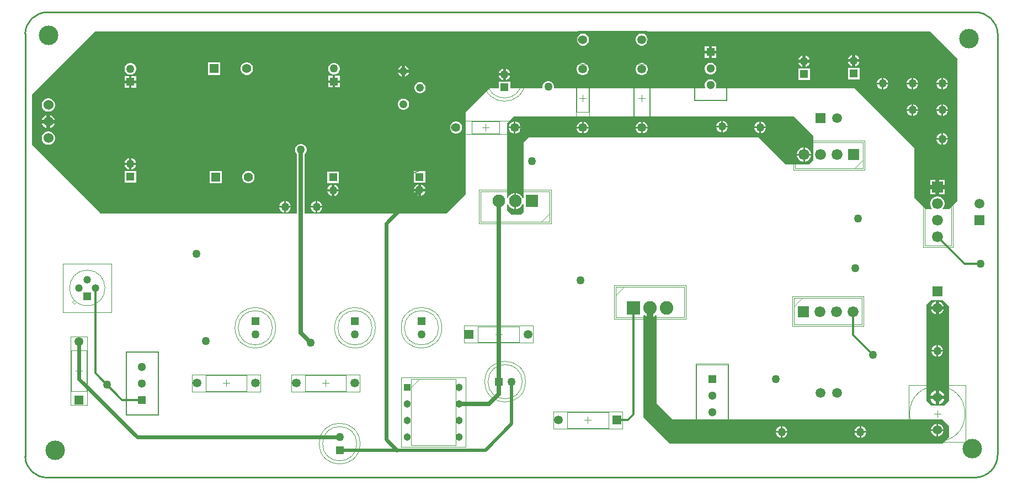
<source format=gtl>
G04*
G04 #@! TF.GenerationSoftware,Altium Limited,Altium Designer,21.2.2 (38)*
G04*
G04 Layer_Physical_Order=1*
G04 Layer_Color=255*
%FSLAX25Y25*%
%MOIN*%
G70*
G04*
G04 #@! TF.SameCoordinates,821FD0D4-0334-4DB9-88A1-7179C856D29A*
G04*
G04*
G04 #@! TF.FilePolarity,Positive*
G04*
G01*
G75*
%ADD10C,0.00787*%
%ADD12C,0.00394*%
%ADD13C,0.01000*%
%ADD16C,0.00600*%
%ADD17C,0.00197*%
%ADD46C,0.01200*%
%ADD47C,0.02500*%
%ADD48C,0.02000*%
%ADD49C,0.02200*%
%ADD50R,0.05020X0.05020*%
%ADD51C,0.05020*%
%ADD52C,0.07618*%
%ADD53R,0.07618X0.07618*%
%ADD54R,0.05118X0.05118*%
%ADD55C,0.05118*%
%ADD56C,0.05906*%
%ADD57R,0.05906X0.05906*%
%ADD58R,0.05512X0.05512*%
%ADD59C,0.05512*%
%ADD60C,0.06000*%
%ADD61C,0.04654*%
%ADD62R,0.04654X0.04654*%
%ADD63C,0.05315*%
%ADD64R,0.05315X0.05315*%
%ADD65R,0.05315X0.05315*%
%ADD66R,0.05020X0.05020*%
%ADD67C,0.04461*%
%ADD68R,0.04461X0.04461*%
%ADD69C,0.06614*%
%ADD70R,0.06614X0.06614*%
%ADD71R,0.06614X0.06614*%
%ADD72R,0.05906X0.05906*%
%ADD73C,0.08209*%
%ADD74R,0.08209X0.08209*%
%ADD75C,0.04842*%
%ADD76C,0.05000*%
%ADD77C,0.11811*%
G36*
X680000Y406000D02*
Y391000D01*
X677500Y388500D01*
X663500D01*
X647000Y405000D01*
X510500D01*
X508000Y405000D01*
X505000Y402000D01*
X505000Y368352D01*
X504500Y368286D01*
X504481Y368356D01*
X503848Y369453D01*
X502953Y370348D01*
X501856Y370981D01*
X500633Y371309D01*
X500500D01*
Y366500D01*
Y361691D01*
X500633D01*
X501856Y362019D01*
X502953Y362652D01*
X503848Y363547D01*
X504481Y364644D01*
X504500Y364714D01*
X505000Y364648D01*
Y360000D01*
X503305Y358305D01*
X497695D01*
X495000Y361000D01*
Y364648D01*
X495500Y364714D01*
X495519Y364644D01*
X496152Y363547D01*
X497047Y362652D01*
X498144Y362019D01*
X499367Y361691D01*
X499500D01*
Y366500D01*
Y371309D01*
X499367D01*
X498144Y370981D01*
X497047Y370348D01*
X496152Y369453D01*
X495519Y368356D01*
X495500Y368286D01*
X495000Y368352D01*
Y413500D01*
X499000Y417500D01*
X668500D01*
X680000Y406000D01*
D02*
G37*
G36*
X767000Y452500D02*
Y366500D01*
X762000Y361500D01*
X758298D01*
X758091Y362000D01*
X758447Y362355D01*
X759014Y363337D01*
X759307Y364433D01*
Y365567D01*
X759014Y366663D01*
X758447Y367645D01*
X757645Y368446D01*
X756663Y369014D01*
X755567Y369307D01*
X754433D01*
X753337Y369014D01*
X752355Y368446D01*
X751553Y367645D01*
X750986Y366663D01*
X750693Y365567D01*
Y364433D01*
X750986Y363337D01*
X751553Y362355D01*
X751909Y362000D01*
X751702Y361500D01*
X748000D01*
X741000Y368500D01*
Y398500D01*
X705000Y434500D01*
X621455D01*
X621205Y434933D01*
X621316Y435126D01*
X621559Y436031D01*
Y436969D01*
X621316Y437874D01*
X620848Y438685D01*
X620185Y439348D01*
X619374Y439817D01*
X618469Y440059D01*
X617531D01*
X616626Y439817D01*
X615815Y439348D01*
X615152Y438685D01*
X614683Y437874D01*
X614441Y436969D01*
Y436031D01*
X614683Y435126D01*
X614795Y434933D01*
X614545Y434500D01*
X523766Y434500D01*
X523462Y434897D01*
X523500Y435039D01*
Y435961D01*
X523261Y436851D01*
X522801Y437649D01*
X522149Y438301D01*
X521351Y438762D01*
X520461Y439000D01*
X519539D01*
X518649Y438762D01*
X517851Y438301D01*
X517199Y437649D01*
X516739Y436851D01*
X516500Y435961D01*
Y435039D01*
X516538Y434897D01*
X516234Y434500D01*
X497065D01*
Y438655D01*
X490045D01*
Y434500D01*
X484500D01*
X470000Y420000D01*
Y370500D01*
X458500Y359000D01*
X372794D01*
Y394844D01*
X373301Y395351D01*
X373762Y396149D01*
X374000Y397039D01*
Y397961D01*
X373762Y398851D01*
X373301Y399649D01*
X372649Y400301D01*
X371851Y400762D01*
X370961Y401000D01*
X370039D01*
X369149Y400762D01*
X368351Y400301D01*
X367699Y399649D01*
X367238Y398851D01*
X367000Y397961D01*
Y397039D01*
X367238Y396149D01*
X367699Y395351D01*
X368206Y394844D01*
Y359000D01*
X249500D01*
X208000Y400500D01*
Y431000D01*
X246000Y469000D01*
X750500D01*
X767000Y452500D01*
D02*
G37*
G36*
X583500Y296734D02*
X583663Y296778D01*
X584941Y297515D01*
X585038Y297612D01*
X585500Y297421D01*
X585500Y244000D01*
X595000Y234500D01*
X758000Y234500D01*
X762000Y230500D01*
X762000Y224000D01*
X758000Y220000D01*
X593500Y220000D01*
X577500Y236000D01*
X577500Y297421D01*
X577962Y297612D01*
X578059Y297515D01*
X579337Y296778D01*
X579500Y296734D01*
Y302000D01*
X583500D01*
Y296734D01*
D02*
G37*
G36*
X762000Y303000D02*
Y246000D01*
X759000Y243000D01*
X751500D01*
X748500Y246000D01*
Y304000D01*
X751000Y306500D01*
X758500D01*
X762000Y303000D01*
D02*
G37*
%LPC*%
G36*
X625500Y414990D02*
Y412000D01*
X628489D01*
X628262Y412851D01*
X627801Y413649D01*
X627149Y414301D01*
X626351Y414761D01*
X625500Y414990D01*
D02*
G37*
G36*
X624500D02*
X623649Y414761D01*
X622851Y414301D01*
X622199Y413649D01*
X621738Y412851D01*
X621511Y412000D01*
X624500D01*
Y414990D01*
D02*
G37*
G36*
X500217Y414652D02*
Y411500D01*
X503369D01*
X503125Y412412D01*
X502643Y413246D01*
X501962Y413927D01*
X501128Y414408D01*
X500217Y414652D01*
D02*
G37*
G36*
X648500Y414490D02*
Y411500D01*
X651489D01*
X651262Y412351D01*
X650801Y413149D01*
X650149Y413801D01*
X649351Y414261D01*
X648500Y414490D01*
D02*
G37*
G36*
X647500D02*
X646649Y414261D01*
X645851Y413801D01*
X645199Y413149D01*
X644738Y412351D01*
X644511Y411500D01*
X647500D01*
Y414490D01*
D02*
G37*
G36*
X499217Y414652D02*
X498305Y414408D01*
X497471Y413927D01*
X496790Y413246D01*
X496308Y412412D01*
X496064Y411500D01*
X499217D01*
Y414652D01*
D02*
G37*
G36*
X577000Y414436D02*
Y411283D01*
X580153D01*
X579908Y412195D01*
X579427Y413029D01*
X578746Y413710D01*
X577912Y414192D01*
X577000Y414436D01*
D02*
G37*
G36*
X541311D02*
Y411283D01*
X544463D01*
X544219Y412195D01*
X543738Y413029D01*
X543056Y413710D01*
X542222Y414192D01*
X541311Y414436D01*
D02*
G37*
G36*
X576000Y414436D02*
X575088Y414192D01*
X574254Y413710D01*
X573573Y413029D01*
X573092Y412195D01*
X572848Y411283D01*
X576000D01*
Y414436D01*
D02*
G37*
G36*
X540311D02*
X539399Y414192D01*
X538565Y413710D01*
X537884Y413029D01*
X537403Y412195D01*
X537158Y411283D01*
X540311D01*
Y414436D01*
D02*
G37*
G36*
X628489Y411000D02*
X625500D01*
Y408010D01*
X626351Y408239D01*
X627149Y408699D01*
X627801Y409351D01*
X628262Y410149D01*
X628489Y411000D01*
D02*
G37*
G36*
X624500D02*
X621511D01*
X621738Y410149D01*
X622199Y409351D01*
X622851Y408699D01*
X623649Y408239D01*
X624500Y408010D01*
Y411000D01*
D02*
G37*
G36*
X651489Y410500D02*
X648500D01*
Y407511D01*
X649351Y407738D01*
X650149Y408199D01*
X650801Y408851D01*
X651262Y409649D01*
X651489Y410500D01*
D02*
G37*
G36*
X647500D02*
X644511D01*
X644738Y409649D01*
X645199Y408851D01*
X645851Y408199D01*
X646649Y407738D01*
X647500Y407511D01*
Y410500D01*
D02*
G37*
G36*
X503369D02*
X500217D01*
Y407347D01*
X501128Y407592D01*
X501962Y408073D01*
X502643Y408754D01*
X503125Y409588D01*
X503369Y410500D01*
D02*
G37*
G36*
X499217D02*
X496064D01*
X496308Y409588D01*
X496790Y408754D01*
X497471Y408073D01*
X498305Y407592D01*
X499217Y407347D01*
Y410500D01*
D02*
G37*
G36*
X580153Y410283D02*
X577000D01*
Y407131D01*
X577912Y407375D01*
X578746Y407857D01*
X579427Y408538D01*
X579908Y409372D01*
X580153Y410283D01*
D02*
G37*
G36*
X544463D02*
X541311D01*
Y407131D01*
X542222Y407375D01*
X543056Y407857D01*
X543738Y408538D01*
X544219Y409372D01*
X544463Y410283D01*
D02*
G37*
G36*
X576000D02*
X572848D01*
X573092Y409372D01*
X573573Y408538D01*
X574254Y407857D01*
X575088Y407375D01*
X576000Y407131D01*
Y410283D01*
D02*
G37*
G36*
X540311D02*
X537158D01*
X537403Y409372D01*
X537884Y408538D01*
X538565Y407857D01*
X539399Y407375D01*
X540311Y407131D01*
Y410283D01*
D02*
G37*
G36*
X675067Y398807D02*
X675000D01*
Y395000D01*
X678807D01*
Y395067D01*
X678514Y396163D01*
X677947Y397145D01*
X677145Y397947D01*
X676162Y398514D01*
X675067Y398807D01*
D02*
G37*
G36*
X674000D02*
X673933D01*
X672837Y398514D01*
X671855Y397947D01*
X671054Y397145D01*
X670486Y396163D01*
X670193Y395067D01*
Y395000D01*
X674000D01*
Y398807D01*
D02*
G37*
G36*
X678807Y394000D02*
X675000D01*
Y390193D01*
X675067D01*
X676162Y390486D01*
X677145Y391054D01*
X677947Y391855D01*
X678514Y392838D01*
X678807Y393933D01*
Y394000D01*
D02*
G37*
G36*
X674000D02*
X670193D01*
Y393933D01*
X670486Y392838D01*
X671054Y391855D01*
X671855Y391054D01*
X672837Y390486D01*
X673933Y390193D01*
X674000D01*
Y394000D01*
D02*
G37*
G36*
X576860Y467715D02*
X575897D01*
X574967Y467466D01*
X574133Y466985D01*
X573452Y466304D01*
X572970Y465470D01*
X572721Y464539D01*
Y463576D01*
X572970Y462646D01*
X573452Y461812D01*
X574133Y461131D01*
X574967Y460650D01*
X575897Y460400D01*
X576860D01*
X577790Y460650D01*
X578624Y461131D01*
X579305Y461812D01*
X579787Y462646D01*
X580036Y463576D01*
Y464539D01*
X579787Y465470D01*
X579305Y466304D01*
X578624Y466985D01*
X577790Y467466D01*
X576860Y467715D01*
D02*
G37*
G36*
X541427D02*
X540464D01*
X539534Y467466D01*
X538700Y466985D01*
X538019Y466304D01*
X537537Y465470D01*
X537288Y464539D01*
Y463576D01*
X537537Y462646D01*
X538019Y461812D01*
X538700Y461131D01*
X539534Y460650D01*
X540464Y460400D01*
X541427D01*
X542357Y460650D01*
X543191Y461131D01*
X543872Y461812D01*
X544354Y462646D01*
X544603Y463576D01*
Y464539D01*
X544354Y465470D01*
X543872Y466304D01*
X543191Y466985D01*
X542357Y467466D01*
X541427Y467715D01*
D02*
G37*
G36*
X621559Y460059D02*
X618900D01*
Y457400D01*
X621559D01*
Y460059D01*
D02*
G37*
G36*
X617100D02*
X614441D01*
Y457400D01*
X617100D01*
Y460059D01*
D02*
G37*
G36*
X621559Y455600D02*
X618900D01*
Y452941D01*
X621559D01*
Y455600D01*
D02*
G37*
G36*
X617100D02*
X614441D01*
Y452941D01*
X617100D01*
Y455600D01*
D02*
G37*
G36*
X705400Y454767D02*
Y452274D01*
X707893D01*
X707771Y452729D01*
X707309Y453529D01*
X706655Y454183D01*
X705855Y454645D01*
X705400Y454767D01*
D02*
G37*
G36*
X703600Y454767D02*
X703145Y454645D01*
X702345Y454183D01*
X701691Y453529D01*
X701229Y452729D01*
X701108Y452274D01*
X703600D01*
Y454767D01*
D02*
G37*
G36*
X675400Y454392D02*
Y451900D01*
X677892D01*
X677771Y452355D01*
X677309Y453155D01*
X676655Y453809D01*
X675855Y454271D01*
X675400Y454392D01*
D02*
G37*
G36*
X673600D02*
X673145Y454271D01*
X672345Y453809D01*
X671691Y453155D01*
X671229Y452355D01*
X671107Y451900D01*
X673600D01*
Y454392D01*
D02*
G37*
G36*
X703600Y450474D02*
X701108D01*
X701229Y450019D01*
X701691Y449219D01*
X702345Y448565D01*
X703145Y448103D01*
X703600Y447982D01*
Y450474D01*
D02*
G37*
G36*
X707893D02*
X705400D01*
Y447982D01*
X705855Y448103D01*
X706655Y448565D01*
X707309Y449219D01*
X707771Y450019D01*
X707893Y450474D01*
D02*
G37*
G36*
X677892Y450100D02*
X675400D01*
Y447608D01*
X675855Y447729D01*
X676655Y448191D01*
X677309Y448845D01*
X677771Y449645D01*
X677892Y450100D01*
D02*
G37*
G36*
X673600D02*
X671107D01*
X671229Y449645D01*
X671691Y448845D01*
X672345Y448191D01*
X673145Y447729D01*
X673600Y447608D01*
Y450100D01*
D02*
G37*
G36*
X433400Y448301D02*
Y445900D01*
X435801D01*
X435688Y446321D01*
X435238Y447101D01*
X434601Y447738D01*
X433821Y448188D01*
X433400Y448301D01*
D02*
G37*
G36*
X431600D02*
X431179Y448188D01*
X430399Y447738D01*
X429762Y447101D01*
X429312Y446321D01*
X429199Y445900D01*
X431600D01*
Y448301D01*
D02*
G37*
G36*
X494455Y446412D02*
Y443919D01*
X496947D01*
X496826Y444374D01*
X496363Y445174D01*
X495710Y445828D01*
X494910Y446290D01*
X494455Y446412D01*
D02*
G37*
G36*
X492655Y446412D02*
X492200Y446290D01*
X491400Y445828D01*
X490746Y445174D01*
X490284Y444374D01*
X490162Y443919D01*
X492655D01*
Y446412D01*
D02*
G37*
G36*
X390962Y450010D02*
X390038D01*
X389145Y449771D01*
X388345Y449309D01*
X387691Y448655D01*
X387229Y447855D01*
X386990Y446962D01*
Y446038D01*
X387229Y445145D01*
X387691Y444345D01*
X388345Y443691D01*
X389145Y443229D01*
X390038Y442990D01*
X390962D01*
X391855Y443229D01*
X392655Y443691D01*
X393309Y444345D01*
X393771Y445145D01*
X394010Y446038D01*
Y446962D01*
X393771Y447855D01*
X393309Y448655D01*
X392655Y449309D01*
X391855Y449771D01*
X390962Y450010D01*
D02*
G37*
G36*
X618469Y450059D02*
X617531D01*
X616626Y449817D01*
X615815Y449348D01*
X615152Y448685D01*
X614683Y447874D01*
X614441Y446969D01*
Y446031D01*
X614683Y445126D01*
X615152Y444315D01*
X615815Y443652D01*
X616626Y443184D01*
X617531Y442941D01*
X618469D01*
X619374Y443184D01*
X620185Y443652D01*
X620848Y444315D01*
X621316Y445126D01*
X621559Y446031D01*
Y446969D01*
X621316Y447874D01*
X620848Y448685D01*
X620185Y449348D01*
X619374Y449817D01*
X618469Y450059D01*
D02*
G37*
G36*
X267962Y449884D02*
X267038D01*
X266145Y449645D01*
X265345Y449183D01*
X264691Y448529D01*
X264229Y447729D01*
X263990Y446836D01*
Y445912D01*
X264229Y445019D01*
X264691Y444219D01*
X265345Y443565D01*
X266145Y443103D01*
X267038Y442864D01*
X267962D01*
X268855Y443103D01*
X269655Y443565D01*
X270309Y444219D01*
X270771Y445019D01*
X271010Y445912D01*
Y446836D01*
X270771Y447729D01*
X270309Y448529D01*
X269655Y449183D01*
X268855Y449645D01*
X267962Y449884D01*
D02*
G37*
G36*
X338337Y450256D02*
X337348D01*
X336393Y450000D01*
X335536Y449506D01*
X334837Y448806D01*
X334343Y447950D01*
X334087Y446994D01*
Y446005D01*
X334343Y445050D01*
X334837Y444194D01*
X335536Y443495D01*
X336393Y443000D01*
X337348Y442744D01*
X338337D01*
X339292Y443000D01*
X340149Y443495D01*
X340848Y444194D01*
X341342Y445050D01*
X341598Y446005D01*
Y446994D01*
X341342Y447950D01*
X340848Y448806D01*
X340149Y449506D01*
X339292Y450000D01*
X338337Y450256D01*
D02*
G37*
G36*
X321913D02*
X314402D01*
Y442744D01*
X321913D01*
Y450256D01*
D02*
G37*
G36*
X576981Y449874D02*
X576018D01*
X575088Y449625D01*
X574254Y449143D01*
X573573Y448462D01*
X573092Y447628D01*
X572843Y446698D01*
Y445735D01*
X573092Y444805D01*
X573573Y443971D01*
X574254Y443290D01*
X575088Y442808D01*
X576018Y442559D01*
X576981D01*
X577912Y442808D01*
X578746Y443290D01*
X579427Y443971D01*
X579908Y444805D01*
X580158Y445735D01*
Y446698D01*
X579908Y447628D01*
X579427Y448462D01*
X578746Y449143D01*
X577912Y449625D01*
X576981Y449874D01*
D02*
G37*
G36*
X541292D02*
X540329D01*
X539399Y449625D01*
X538565Y449143D01*
X537884Y448462D01*
X537403Y447628D01*
X537153Y446698D01*
Y445735D01*
X537403Y444805D01*
X537884Y443971D01*
X538565Y443290D01*
X539399Y442808D01*
X540329Y442559D01*
X541292D01*
X542222Y442808D01*
X543056Y443290D01*
X543738Y443971D01*
X544219Y444805D01*
X544468Y445735D01*
Y446698D01*
X544219Y447628D01*
X543738Y448462D01*
X543056Y449143D01*
X542222Y449625D01*
X541292Y449874D01*
D02*
G37*
G36*
X435801Y444100D02*
X433400D01*
Y441699D01*
X433821Y441812D01*
X434601Y442262D01*
X435238Y442899D01*
X435688Y443679D01*
X435801Y444100D01*
D02*
G37*
G36*
X431600D02*
X429199D01*
X429312Y443679D01*
X429762Y442899D01*
X430399Y442262D01*
X431179Y441812D01*
X431600Y441699D01*
Y444100D01*
D02*
G37*
G36*
X708010Y447010D02*
X700990D01*
Y439990D01*
X708010D01*
Y447010D01*
D02*
G37*
G36*
X492655Y442119D02*
X490162D01*
X490284Y441664D01*
X490746Y440864D01*
X491400Y440211D01*
X492200Y439748D01*
X492655Y439627D01*
Y442119D01*
D02*
G37*
G36*
X496947D02*
X494455D01*
Y439627D01*
X494910Y439748D01*
X495710Y440211D01*
X496363Y440864D01*
X496826Y441664D01*
X496947Y442119D01*
D02*
G37*
G36*
X678010Y446636D02*
X670990D01*
Y439616D01*
X678010D01*
Y446636D01*
D02*
G37*
G36*
X394010Y442136D02*
X391250D01*
Y439376D01*
X394010D01*
Y442136D01*
D02*
G37*
G36*
X389750D02*
X386990D01*
Y439376D01*
X389750D01*
Y442136D01*
D02*
G37*
G36*
X271010Y442010D02*
X268250D01*
Y439250D01*
X271010D01*
Y442010D01*
D02*
G37*
G36*
X266750D02*
X263990D01*
Y439250D01*
X266750D01*
Y442010D01*
D02*
G37*
G36*
X758500Y440989D02*
Y438000D01*
X761489D01*
X761262Y438851D01*
X760801Y439649D01*
X760149Y440301D01*
X759351Y440762D01*
X758500Y440989D01*
D02*
G37*
G36*
X757500D02*
X756649Y440762D01*
X755851Y440301D01*
X755199Y439649D01*
X754739Y438851D01*
X754510Y438000D01*
X757500D01*
Y440989D01*
D02*
G37*
G36*
X740500D02*
Y438000D01*
X743490D01*
X743261Y438851D01*
X742801Y439649D01*
X742149Y440301D01*
X741351Y440762D01*
X740500Y440989D01*
D02*
G37*
G36*
X739500D02*
X738649Y440762D01*
X737851Y440301D01*
X737199Y439649D01*
X736738Y438851D01*
X736511Y438000D01*
X739500D01*
Y440989D01*
D02*
G37*
G36*
X722500D02*
Y438000D01*
X725490D01*
X725261Y438851D01*
X724801Y439649D01*
X724149Y440301D01*
X723351Y440762D01*
X722500Y440989D01*
D02*
G37*
G36*
X721500D02*
X720649Y440762D01*
X719851Y440301D01*
X719199Y439649D01*
X718739Y438851D01*
X718510Y438000D01*
X721500D01*
Y440989D01*
D02*
G37*
G36*
X394010Y437876D02*
X391250D01*
Y435116D01*
X394010D01*
Y437876D01*
D02*
G37*
G36*
X389750D02*
X386990D01*
Y435116D01*
X389750D01*
Y437876D01*
D02*
G37*
G36*
X271010Y437750D02*
X268250D01*
Y434990D01*
X271010D01*
Y437750D01*
D02*
G37*
G36*
X266750D02*
X263990D01*
Y434990D01*
X266750D01*
Y437750D01*
D02*
G37*
G36*
X761489Y437000D02*
X758500D01*
Y434011D01*
X759351Y434238D01*
X760149Y434699D01*
X760801Y435351D01*
X761262Y436149D01*
X761489Y437000D01*
D02*
G37*
G36*
X757500D02*
X754510D01*
X754739Y436149D01*
X755199Y435351D01*
X755851Y434699D01*
X756649Y434238D01*
X757500Y434011D01*
Y437000D01*
D02*
G37*
G36*
X743490D02*
X740500D01*
Y434011D01*
X741351Y434238D01*
X742149Y434699D01*
X742801Y435351D01*
X743261Y436149D01*
X743490Y437000D01*
D02*
G37*
G36*
X739500D02*
X736511D01*
X736738Y436149D01*
X737199Y435351D01*
X737851Y434699D01*
X738649Y434238D01*
X739500Y434011D01*
Y437000D01*
D02*
G37*
G36*
X725490D02*
X722500D01*
Y434011D01*
X723351Y434238D01*
X724149Y434699D01*
X724801Y435351D01*
X725261Y436149D01*
X725490Y437000D01*
D02*
G37*
G36*
X721500D02*
X718510D01*
X718739Y436149D01*
X719199Y435351D01*
X719851Y434699D01*
X720649Y434238D01*
X721500Y434011D01*
Y437000D01*
D02*
G37*
G36*
X442931Y438433D02*
X442030D01*
X441160Y438200D01*
X440380Y437749D01*
X439743Y437113D01*
X439292Y436332D01*
X439059Y435462D01*
Y434561D01*
X439292Y433691D01*
X439743Y432911D01*
X440380Y432274D01*
X441160Y431824D01*
X442030Y431591D01*
X442931D01*
X443801Y431824D01*
X444581Y432274D01*
X445218Y432911D01*
X445668Y433691D01*
X445902Y434561D01*
Y435462D01*
X445668Y436332D01*
X445218Y437113D01*
X444581Y437749D01*
X443801Y438200D01*
X442931Y438433D01*
D02*
G37*
G36*
X758500Y424990D02*
Y422000D01*
X761489D01*
X761262Y422851D01*
X760801Y423649D01*
X760149Y424301D01*
X759351Y424761D01*
X758500Y424990D01*
D02*
G37*
G36*
X757500D02*
X756649Y424761D01*
X755851Y424301D01*
X755199Y423649D01*
X754739Y422851D01*
X754510Y422000D01*
X757500D01*
Y424990D01*
D02*
G37*
G36*
X740500D02*
Y422000D01*
X743490D01*
X743261Y422851D01*
X742801Y423649D01*
X742149Y424301D01*
X741351Y424761D01*
X740500Y424990D01*
D02*
G37*
G36*
X739500D02*
X738649Y424761D01*
X737851Y424301D01*
X737199Y423649D01*
X736738Y422851D01*
X736511Y422000D01*
X739500D01*
Y424990D01*
D02*
G37*
G36*
X432950Y428441D02*
X432050D01*
X431179Y428208D01*
X430399Y427757D01*
X429762Y427120D01*
X429312Y426340D01*
X429079Y425470D01*
Y424569D01*
X429312Y423699D01*
X429762Y422919D01*
X430399Y422282D01*
X431179Y421832D01*
X432050Y421598D01*
X432950D01*
X433821Y421832D01*
X434601Y422282D01*
X435238Y422919D01*
X435688Y423699D01*
X435921Y424569D01*
Y425470D01*
X435688Y426340D01*
X435238Y427120D01*
X434601Y427757D01*
X433821Y428208D01*
X432950Y428441D01*
D02*
G37*
G36*
X218527Y428500D02*
X217473D01*
X216456Y428227D01*
X215544Y427701D01*
X214799Y426956D01*
X214273Y426044D01*
X214000Y425027D01*
Y423973D01*
X214273Y422956D01*
X214799Y422044D01*
X215544Y421299D01*
X216456Y420773D01*
X217473Y420500D01*
X218527D01*
X219544Y420773D01*
X220456Y421299D01*
X221201Y422044D01*
X221727Y422956D01*
X222000Y423973D01*
Y425027D01*
X221727Y426044D01*
X221201Y426956D01*
X220456Y427701D01*
X219544Y428227D01*
X218527Y428500D01*
D02*
G37*
G36*
X761489Y421000D02*
X758500D01*
Y418011D01*
X759351Y418238D01*
X760149Y418699D01*
X760801Y419351D01*
X761262Y420149D01*
X761489Y421000D01*
D02*
G37*
G36*
X757500D02*
X754510D01*
X754739Y420149D01*
X755199Y419351D01*
X755851Y418699D01*
X756649Y418238D01*
X757500Y418011D01*
Y421000D01*
D02*
G37*
G36*
X743490D02*
X740500D01*
Y418011D01*
X741351Y418238D01*
X742149Y418699D01*
X742801Y419351D01*
X743261Y420149D01*
X743490Y421000D01*
D02*
G37*
G36*
X739500D02*
X736511D01*
X736738Y420149D01*
X737199Y419351D01*
X737851Y418699D01*
X738649Y418238D01*
X739500Y418011D01*
Y421000D01*
D02*
G37*
G36*
X219250Y418306D02*
Y415750D01*
X221806D01*
X221727Y416044D01*
X221201Y416956D01*
X220456Y417701D01*
X219544Y418227D01*
X219250Y418306D01*
D02*
G37*
G36*
X216750D02*
X216456Y418227D01*
X215544Y417701D01*
X214799Y416956D01*
X214273Y416044D01*
X214194Y415750D01*
X216750D01*
Y418306D01*
D02*
G37*
G36*
X221806Y413250D02*
X219250D01*
Y410694D01*
X219544Y410773D01*
X220456Y411299D01*
X221201Y412044D01*
X221727Y412956D01*
X221806Y413250D01*
D02*
G37*
G36*
X216750D02*
X214194D01*
X214273Y412956D01*
X214799Y412044D01*
X215544Y411299D01*
X216456Y410773D01*
X216750Y410694D01*
Y413250D01*
D02*
G37*
G36*
X464765Y414657D02*
X463802D01*
X462872Y414408D01*
X462038Y413927D01*
X461357Y413246D01*
X460875Y412412D01*
X460626Y411482D01*
Y410519D01*
X460875Y409588D01*
X461357Y408754D01*
X462038Y408073D01*
X462872Y407592D01*
X463802Y407342D01*
X464765D01*
X465695Y407592D01*
X466529Y408073D01*
X467210Y408754D01*
X467692Y409588D01*
X467941Y410519D01*
Y411482D01*
X467692Y412412D01*
X467210Y413246D01*
X466529Y413927D01*
X465695Y414408D01*
X464765Y414657D01*
D02*
G37*
G36*
X758500Y407489D02*
Y404500D01*
X761489D01*
X761262Y405351D01*
X760801Y406149D01*
X760149Y406801D01*
X759351Y407262D01*
X758500Y407489D01*
D02*
G37*
G36*
X757500D02*
X756649Y407262D01*
X755851Y406801D01*
X755199Y406149D01*
X754739Y405351D01*
X754510Y404500D01*
X757500D01*
Y407489D01*
D02*
G37*
G36*
X761489Y403500D02*
X758500D01*
Y400511D01*
X759351Y400738D01*
X760149Y401199D01*
X760801Y401851D01*
X761262Y402649D01*
X761489Y403500D01*
D02*
G37*
G36*
X757500D02*
X754510D01*
X754739Y402649D01*
X755199Y401851D01*
X755851Y401199D01*
X756649Y400738D01*
X757500Y400511D01*
Y403500D01*
D02*
G37*
G36*
X218527Y408500D02*
X217473D01*
X216456Y408227D01*
X215544Y407701D01*
X214799Y406956D01*
X214273Y406044D01*
X214000Y405027D01*
Y403973D01*
X214273Y402956D01*
X214799Y402044D01*
X215544Y401299D01*
X216456Y400773D01*
X217473Y400500D01*
X218527D01*
X219544Y400773D01*
X220456Y401299D01*
X221201Y402044D01*
X221727Y402956D01*
X222000Y403973D01*
Y405027D01*
X221727Y406044D01*
X221201Y406956D01*
X220456Y407701D01*
X219544Y408227D01*
X218527Y408500D01*
D02*
G37*
G36*
X268250Y392433D02*
Y389750D01*
X270933D01*
X270771Y390355D01*
X270309Y391155D01*
X269655Y391809D01*
X268855Y392271D01*
X268250Y392433D01*
D02*
G37*
G36*
X266750D02*
X266145Y392271D01*
X265345Y391809D01*
X264691Y391155D01*
X264229Y390355D01*
X264067Y389750D01*
X266750D01*
Y392433D01*
D02*
G37*
G36*
X270933Y388250D02*
X268250D01*
Y385567D01*
X268855Y385729D01*
X269655Y386191D01*
X270309Y386845D01*
X270771Y387645D01*
X270933Y388250D01*
D02*
G37*
G36*
X266750D02*
X264067D01*
X264229Y387645D01*
X264691Y386845D01*
X265345Y386191D01*
X266145Y385729D01*
X266750Y385567D01*
Y388250D01*
D02*
G37*
G36*
X271010Y384636D02*
X263990D01*
Y377616D01*
X271010D01*
Y384636D01*
D02*
G37*
G36*
X445740Y384503D02*
X438720D01*
Y377483D01*
X445740D01*
Y384503D01*
D02*
G37*
G36*
X393510Y384384D02*
X386490D01*
Y377364D01*
X393510D01*
Y384384D01*
D02*
G37*
G36*
X339337Y384756D02*
X338348D01*
X337393Y384500D01*
X336536Y384005D01*
X335837Y383306D01*
X335343Y382450D01*
X335087Y381494D01*
Y380505D01*
X335343Y379550D01*
X335837Y378694D01*
X336536Y377994D01*
X337393Y377500D01*
X338348Y377244D01*
X339337D01*
X340292Y377500D01*
X341149Y377994D01*
X341848Y378694D01*
X342342Y379550D01*
X342598Y380505D01*
Y381494D01*
X342342Y382450D01*
X341848Y383306D01*
X341149Y384005D01*
X340292Y384500D01*
X339337Y384756D01*
D02*
G37*
G36*
X322913D02*
X315402D01*
Y377244D01*
X322913D01*
Y384756D01*
D02*
G37*
G36*
X759307Y379307D02*
X756250D01*
Y376250D01*
X759307D01*
Y379307D01*
D02*
G37*
G36*
X753750D02*
X750693D01*
Y376250D01*
X753750D01*
Y379307D01*
D02*
G37*
G36*
X442980Y376551D02*
Y373869D01*
X445663D01*
X445501Y374474D01*
X445039Y375274D01*
X444385Y375927D01*
X443585Y376389D01*
X442980Y376551D01*
D02*
G37*
G36*
X441480D02*
X440875Y376389D01*
X440075Y375927D01*
X439422Y375274D01*
X438959Y374474D01*
X438797Y373869D01*
X441480D01*
Y376551D01*
D02*
G37*
G36*
X390750Y376433D02*
Y373750D01*
X393433D01*
X393271Y374355D01*
X392809Y375155D01*
X392155Y375809D01*
X391355Y376271D01*
X390750Y376433D01*
D02*
G37*
G36*
X389250D02*
X388645Y376271D01*
X387845Y375809D01*
X387191Y375155D01*
X386729Y374355D01*
X386567Y373750D01*
X389250D01*
Y376433D01*
D02*
G37*
G36*
X759307Y373750D02*
X756250D01*
Y370693D01*
X759307D01*
Y373750D01*
D02*
G37*
G36*
X753750D02*
X750693D01*
Y370693D01*
X753750D01*
Y373750D01*
D02*
G37*
G36*
X445663Y372369D02*
X442980D01*
Y369686D01*
X443585Y369848D01*
X444385Y370310D01*
X445039Y370964D01*
X445501Y371764D01*
X445663Y372369D01*
D02*
G37*
G36*
X441480D02*
X438797D01*
X438959Y371764D01*
X439422Y370964D01*
X440075Y370310D01*
X440875Y369848D01*
X441480Y369686D01*
Y372369D01*
D02*
G37*
G36*
X393433Y372250D02*
X390750D01*
Y369567D01*
X391355Y369729D01*
X392155Y370191D01*
X392809Y370845D01*
X393271Y371645D01*
X393433Y372250D01*
D02*
G37*
G36*
X389250D02*
X386567D01*
X386729Y371645D01*
X387191Y370845D01*
X387845Y370191D01*
X388645Y369729D01*
X389250Y369567D01*
Y372250D01*
D02*
G37*
G36*
X380500Y366490D02*
Y363500D01*
X383489D01*
X383261Y364351D01*
X382801Y365149D01*
X382149Y365801D01*
X381351Y366262D01*
X380500Y366490D01*
D02*
G37*
G36*
X379500D02*
X378649Y366262D01*
X377851Y365801D01*
X377199Y365149D01*
X376739Y364351D01*
X376511Y363500D01*
X379500D01*
Y366490D01*
D02*
G37*
G36*
X361500D02*
Y363500D01*
X364490D01*
X364262Y364351D01*
X363801Y365149D01*
X363149Y365801D01*
X362351Y366262D01*
X361500Y366490D01*
D02*
G37*
G36*
X360500D02*
X359649Y366262D01*
X358851Y365801D01*
X358199Y365149D01*
X357738Y364351D01*
X357510Y363500D01*
X360500D01*
Y366490D01*
D02*
G37*
G36*
X383489Y362500D02*
X380500D01*
Y359510D01*
X381351Y359738D01*
X382149Y360199D01*
X382801Y360851D01*
X383261Y361649D01*
X383489Y362500D01*
D02*
G37*
G36*
X379500D02*
X376511D01*
X376739Y361649D01*
X377199Y360851D01*
X377851Y360199D01*
X378649Y359738D01*
X379500Y359510D01*
Y362500D01*
D02*
G37*
G36*
X364490D02*
X361500D01*
Y359510D01*
X362351Y359738D01*
X363149Y360199D01*
X363801Y360851D01*
X364262Y361649D01*
X364490Y362500D01*
D02*
G37*
G36*
X360500D02*
X357510D01*
X357738Y361649D01*
X358199Y360851D01*
X358851Y360199D01*
X359649Y359738D01*
X360500Y359510D01*
Y362500D01*
D02*
G37*
%LPD*%
G36*
X219000Y423500D02*
X217000D01*
Y425500D01*
X219000D01*
Y423500D01*
D02*
G37*
G36*
Y403500D02*
X217000D01*
Y405500D01*
X219000D01*
Y403500D01*
D02*
G37*
%LPC*%
G36*
X755500Y231912D02*
Y228658D01*
X758754D01*
X758500Y229607D01*
X758006Y230464D01*
X757306Y231163D01*
X756450Y231657D01*
X755500Y231912D01*
D02*
G37*
G36*
X754500D02*
X753550Y231657D01*
X752694Y231163D01*
X751995Y230464D01*
X751500Y229607D01*
X751246Y228658D01*
X754500D01*
Y231912D01*
D02*
G37*
G36*
X709000Y230489D02*
Y227500D01*
X711989D01*
X711762Y228351D01*
X711301Y229149D01*
X710649Y229801D01*
X709851Y230261D01*
X709000Y230489D01*
D02*
G37*
G36*
X708000D02*
X707149Y230261D01*
X706351Y229801D01*
X705699Y229149D01*
X705238Y228351D01*
X705011Y227500D01*
X708000D01*
Y230489D01*
D02*
G37*
G36*
X661500D02*
Y227500D01*
X664490D01*
X664261Y228351D01*
X663801Y229149D01*
X663149Y229801D01*
X662351Y230261D01*
X661500Y230489D01*
D02*
G37*
G36*
X660500D02*
X659649Y230261D01*
X658851Y229801D01*
X658199Y229149D01*
X657738Y228351D01*
X657511Y227500D01*
X660500D01*
Y230489D01*
D02*
G37*
G36*
X758754Y227658D02*
X755500D01*
Y224403D01*
X756450Y224658D01*
X757306Y225152D01*
X758006Y225851D01*
X758500Y226708D01*
X758754Y227658D01*
D02*
G37*
G36*
X754500D02*
X751246D01*
X751500Y226708D01*
X751995Y225851D01*
X752694Y225152D01*
X753550Y224658D01*
X754500Y224403D01*
Y227658D01*
D02*
G37*
G36*
X711989Y226500D02*
X709000D01*
Y223511D01*
X709851Y223739D01*
X710649Y224199D01*
X711301Y224851D01*
X711762Y225649D01*
X711989Y226500D01*
D02*
G37*
G36*
X708000D02*
X705011D01*
X705238Y225649D01*
X705699Y224851D01*
X706351Y224199D01*
X707149Y223739D01*
X708000Y223511D01*
Y226500D01*
D02*
G37*
G36*
X664490D02*
X661500D01*
Y223511D01*
X662351Y223739D01*
X663149Y224199D01*
X663801Y224851D01*
X664261Y225649D01*
X664490Y226500D01*
D02*
G37*
G36*
X660500D02*
X657511D01*
X657738Y225649D01*
X658199Y224851D01*
X658851Y224199D01*
X659649Y223739D01*
X660500Y223511D01*
Y226500D01*
D02*
G37*
G36*
X756000Y305824D02*
Y303000D01*
X758824D01*
X758683Y303526D01*
X758163Y304427D01*
X757427Y305163D01*
X756526Y305683D01*
X756000Y305824D01*
D02*
G37*
G36*
X754000D02*
X753474Y305683D01*
X752573Y305163D01*
X751837Y304427D01*
X751317Y303526D01*
X751176Y303000D01*
X754000D01*
Y305824D01*
D02*
G37*
G36*
X758824Y301000D02*
X756000D01*
Y298176D01*
X756526Y298317D01*
X757427Y298837D01*
X758163Y299573D01*
X758683Y300474D01*
X758824Y301000D01*
D02*
G37*
G36*
X754000D02*
X751176D01*
X751317Y300474D01*
X751837Y299573D01*
X752573Y298837D01*
X753474Y298317D01*
X754000Y298176D01*
Y301000D01*
D02*
G37*
G36*
X755500Y279489D02*
Y276500D01*
X758490D01*
X758261Y277351D01*
X757801Y278149D01*
X757149Y278801D01*
X756351Y279261D01*
X755500Y279489D01*
D02*
G37*
G36*
X754500D02*
X753649Y279261D01*
X752851Y278801D01*
X752199Y278149D01*
X751739Y277351D01*
X751510Y276500D01*
X754500D01*
Y279489D01*
D02*
G37*
G36*
X758490Y275500D02*
X755500D01*
Y272511D01*
X756351Y272739D01*
X757149Y273199D01*
X757801Y273851D01*
X758261Y274649D01*
X758490Y275500D01*
D02*
G37*
G36*
X754500D02*
X751510D01*
X751739Y274649D01*
X752199Y273851D01*
X752851Y273199D01*
X753649Y272739D01*
X754500Y272511D01*
Y275500D01*
D02*
G37*
G36*
X756000Y251981D02*
Y248843D01*
X759138D01*
X758966Y249485D01*
X758406Y250456D01*
X757613Y251248D01*
X756643Y251808D01*
X756000Y251981D01*
D02*
G37*
G36*
X754000D02*
X753357Y251808D01*
X752387Y251248D01*
X751594Y250456D01*
X751034Y249485D01*
X750862Y248843D01*
X754000D01*
Y251981D01*
D02*
G37*
G36*
X759138Y246843D02*
X756000D01*
Y243704D01*
X756643Y243877D01*
X757613Y244437D01*
X758406Y245229D01*
X758966Y246200D01*
X759138Y246843D01*
D02*
G37*
G36*
X754000D02*
X750862D01*
X751034Y246200D01*
X751594Y245229D01*
X752387Y244437D01*
X753357Y243877D01*
X754000Y243704D01*
Y246843D01*
D02*
G37*
%LPD*%
D10*
X432500Y382453D02*
G03*
X432500Y417492I0J17520D01*
G01*
D02*
G03*
X432500Y382453I0J-17520D01*
G01*
D12*
X684835Y447063D02*
G03*
X684835Y447063I-10335J0D01*
G01*
X714835Y447437D02*
G03*
X714835Y447437I-10335J0D01*
G01*
X344732Y446500D02*
G03*
X344732Y446500I-16732J0D01*
G01*
X400335Y376937D02*
G03*
X400335Y376937I-10335J0D01*
G01*
X400835Y442563D02*
G03*
X400835Y442563I-10335J0D01*
G01*
X345732Y381000D02*
G03*
X345732Y381000I-16732J0D01*
G01*
X277835Y442437D02*
G03*
X277835Y442437I-10335J0D01*
G01*
Y385063D02*
G03*
X277835Y385063I-10335J0D01*
G01*
X241500Y324701D02*
G03*
X241500Y303299I0J-10701D01*
G01*
D02*
G03*
X241500Y324701I0J10701D01*
G01*
X353335Y289937D02*
G03*
X353335Y289937I-10335J0D01*
G01*
X453743D02*
G03*
X453743Y289937I-10335J0D01*
G01*
X452565Y377056D02*
G03*
X452565Y377056I-10335J0D01*
G01*
X504272Y257382D02*
G03*
X504272Y257382I-10335J0D01*
G01*
X771732Y238000D02*
G03*
X771732Y238000I-16732J0D01*
G01*
X413566Y289937D02*
G03*
X413566Y289937I-10335J0D01*
G01*
X404299Y219939D02*
G03*
X404299Y219939I-10335J0D01*
G01*
X503890Y439082D02*
G03*
X503890Y439082I-10335J0D01*
G01*
X515748Y353902D02*
X520748Y358902D01*
Y353902D02*
Y372406D01*
X479252D02*
X520748D01*
X479252Y353902D02*
Y372406D01*
Y353902D02*
X520748D01*
X628528Y230240D02*
Y267760D01*
X609512Y230240D02*
Y267760D01*
X628528D01*
X609512Y230240D02*
X628528D01*
X232445Y305732D02*
X233311Y306716D01*
X232445Y305732D02*
X233823Y304354D01*
X235201Y305732D01*
X265024Y275171D02*
X284040D01*
X265024Y237652D02*
X284040D01*
Y275171D01*
X265024Y237652D02*
Y275171D01*
X231776Y276402D02*
X241224D01*
Y251598D02*
Y276402D01*
X231776Y251598D02*
Y276402D01*
Y251598D02*
X241224D01*
X373098Y251776D02*
Y261224D01*
X397902D01*
X373098Y251776D02*
X397902D01*
Y261224D01*
X502402Y281276D02*
Y290724D01*
X477598Y281276D02*
X502402D01*
X477598Y290724D02*
X502402D01*
X477598Y281276D02*
Y290724D01*
X473634Y414642D02*
X490366D01*
X473634Y407358D02*
Y414642D01*
X490366Y407358D02*
Y414642D01*
X473634Y407358D02*
X490366D01*
X437069Y254075D02*
X442069Y259075D01*
X437069Y219075D02*
Y259075D01*
Y219075D02*
X464069D01*
Y259075D01*
X437069D02*
X464069D01*
X531488Y229435D02*
Y238884D01*
X556291D01*
X531488Y229435D02*
X556291D01*
Y238884D01*
X668508Y302807D02*
X673508Y307807D01*
X668508Y292020D02*
Y307807D01*
Y292020D02*
X709492D01*
Y307807D01*
X668508D02*
X709492D01*
X763307Y339508D02*
Y380492D01*
X747520Y339508D02*
X763307D01*
X747520D02*
Y380492D01*
X763307D01*
X758307D02*
X763307Y375492D01*
X560791Y309697D02*
X565791Y314697D01*
X560791Y296390D02*
Y314697D01*
Y296390D02*
X602209D01*
Y314697D01*
X560791D02*
X602209D01*
X313098Y251776D02*
Y261224D01*
X337902D01*
X313098Y251776D02*
X337902D01*
Y261224D01*
X571776Y416098D02*
X581224D01*
X571776D02*
Y440902D01*
X581224Y416098D02*
Y440902D01*
X571776D02*
X581224D01*
X571064Y459333D02*
Y468782D01*
X546260Y459333D02*
X571064D01*
X546260Y468782D02*
X571064D01*
X546260Y459333D02*
Y468782D01*
X537169Y420134D02*
Y436866D01*
Y420134D02*
X544452D01*
X537169Y436866D02*
X544452D01*
Y420134D02*
Y436866D01*
X608512Y427740D02*
X627528D01*
X608512Y465260D02*
X627528D01*
X608512Y427740D02*
Y465260D01*
X627528Y427740D02*
Y465260D01*
X704992Y386193D02*
X709992Y391193D01*
Y386193D02*
Y401980D01*
X669008D02*
X709992D01*
X669008Y386193D02*
Y401980D01*
Y386193D02*
X709992D01*
X619000Y247031D02*
Y250969D01*
X617031Y249000D02*
X620968D01*
X326031Y446500D02*
X329969D01*
X328000Y444531D02*
Y448468D01*
X329000Y379031D02*
Y382968D01*
X327031Y381000D02*
X330968D01*
X226862Y299362D02*
X256138D01*
X226862D02*
Y328638D01*
X256138D01*
Y299362D02*
Y328638D01*
X272583Y256412D02*
X276520D01*
X274551Y254443D02*
Y258380D01*
X236500Y262032D02*
Y265968D01*
X234531Y264000D02*
X238469D01*
X383531Y256500D02*
X387469D01*
X385500Y254532D02*
Y258469D01*
X488031Y286000D02*
X491968D01*
X490000Y284032D02*
Y287968D01*
X482000Y409031D02*
Y412968D01*
X480031Y411000D02*
X483968D01*
X541921Y234159D02*
X545857D01*
X543889Y232191D02*
Y236128D01*
X753031Y238000D02*
X756968D01*
X755000Y236032D02*
Y239968D01*
X323532Y256500D02*
X327468D01*
X325500Y254532D02*
Y258469D01*
X576500Y426532D02*
Y430469D01*
X574532Y428500D02*
X578469D01*
X556694Y464058D02*
X560631D01*
X558662Y462089D02*
Y466026D01*
X538842Y428500D02*
X542779D01*
X540811Y426532D02*
Y430469D01*
X616032Y446500D02*
X619969D01*
X618000Y444531D02*
Y448468D01*
X453957Y413555D02*
Y456468D01*
X411043D02*
X453957D01*
X411043Y413555D02*
Y456468D01*
Y413555D02*
X453957D01*
D13*
X791500Y467500D02*
G03*
X778000Y480500I-13250J-250D01*
G01*
Y199500D02*
G03*
X791500Y213500I-250J13750D01*
G01*
X204000Y212000D02*
G03*
X217500Y199500I13000J500D01*
G01*
Y480500D02*
G03*
X204000Y467500I-250J-13250D01*
G01*
X217500Y480500D02*
X778000D01*
X791500Y213500D02*
Y467500D01*
X217500Y199500D02*
X778000D01*
X204000Y212000D02*
Y467500D01*
D16*
X223000Y422000D02*
Y427000D01*
X220500Y419500D02*
X223000Y422000D01*
X215500Y419500D02*
X220500D01*
X213000Y422000D02*
X215500Y419500D01*
X220500D02*
X223000Y417000D01*
Y412000D02*
Y417000D01*
X220500Y409500D02*
X223000Y412000D01*
X215500Y409500D02*
X220500D01*
X213000Y412000D02*
X215500Y409500D01*
X213000Y412000D02*
Y417000D01*
X215500Y419500D01*
Y429500D02*
X220500D01*
X223000Y427000D01*
X213000D02*
X215500Y429500D01*
X213000Y422000D02*
Y427000D01*
X220500Y409500D02*
X223000Y407000D01*
Y402000D02*
Y407000D01*
X220500Y399500D02*
X223000Y402000D01*
X215500Y399500D02*
X220500D01*
X213000Y402000D02*
X215500Y399500D01*
X213000Y402000D02*
Y407000D01*
X215500Y409500D01*
D17*
X686803Y447063D02*
G03*
X686803Y447063I-12303J0D01*
G01*
X716803Y447437D02*
G03*
X716803Y447437I-12303J0D01*
G01*
X402303Y376937D02*
G03*
X402303Y376937I-12303J0D01*
G01*
X402803Y442563D02*
G03*
X402803Y442563I-12303J0D01*
G01*
X279803Y442437D02*
G03*
X279803Y442437I-12303J0D01*
G01*
Y385063D02*
G03*
X279803Y385063I-12303J0D01*
G01*
X355303Y289937D02*
G03*
X355303Y289937I-12303J0D01*
G01*
X455711D02*
G03*
X455711Y289937I-12303J0D01*
G01*
X454533Y377056D02*
G03*
X454533Y377056I-12303J0D01*
G01*
X506240Y257382D02*
G03*
X506240Y257382I-12303J0D01*
G01*
X415535Y289937D02*
G03*
X415535Y289937I-12303J0D01*
G01*
X406268Y219939D02*
G03*
X406268Y219939I-12303J0D01*
G01*
X505858Y439082D02*
G03*
X505858Y439082I-12303J0D01*
G01*
X521732Y352917D02*
Y373390D01*
X478268D02*
X521732D01*
X478268Y352917D02*
Y373390D01*
Y352917D02*
X521732D01*
X628921Y229847D02*
Y268154D01*
X609118Y229847D02*
X628921D01*
X609118D02*
Y268154D01*
X628921D01*
X310874Y463626D02*
X345126D01*
X310874Y429374D02*
Y463626D01*
Y429374D02*
X345126D01*
Y463626D01*
X346126Y363874D02*
Y398126D01*
X311874Y363874D02*
X346126D01*
X311874D02*
Y398126D01*
X346126D01*
X264630Y237258D02*
X284433D01*
Y275565D01*
X264630D02*
X284433D01*
X264630Y237258D02*
Y275565D01*
X231382Y243232D02*
X241618D01*
Y284768D01*
X231382Y243232D02*
Y284768D01*
X241618D01*
X406268Y251382D02*
Y261618D01*
X364732D02*
X406268D01*
X364732Y251382D02*
X406268D01*
X364732D02*
Y261618D01*
X469232Y280882D02*
Y291118D01*
Y280882D02*
X510768D01*
X469232Y291118D02*
X510768D01*
Y280882D02*
Y291118D01*
X461232Y406965D02*
X502768D01*
X461232D02*
Y415035D01*
X502768Y406965D02*
Y415035D01*
X461232D02*
X502768D01*
X431105Y218091D02*
Y260059D01*
Y218091D02*
X470034D01*
Y260059D01*
X431105D02*
X470034D01*
X564657Y229041D02*
Y239277D01*
X523121D02*
X564657D01*
X523121Y229041D02*
X564657D01*
X523121D02*
Y239277D01*
X667524Y291035D02*
Y308791D01*
Y291035D02*
X710476D01*
Y308791D01*
X667524D02*
X710476D01*
X764291Y338524D02*
Y381476D01*
X746535Y338524D02*
X764291D01*
X746535D02*
Y381476D01*
X764291D01*
X737874Y255126D02*
X772126D01*
Y220874D02*
Y255126D01*
X737874Y220874D02*
X772126D01*
X737874D02*
Y255126D01*
X559807Y295406D02*
Y315681D01*
Y295406D02*
X603193D01*
Y315681D01*
X559807D02*
X603193D01*
X346268Y251382D02*
Y261618D01*
X304732D02*
X346268D01*
X304732Y251382D02*
X346268D01*
X304732D02*
Y261618D01*
X571382Y449268D02*
X581618D01*
X571382Y407732D02*
Y449268D01*
X581618Y407732D02*
Y449268D01*
X571382Y407732D02*
X581618D01*
X537894Y458940D02*
Y469176D01*
Y458940D02*
X579430D01*
X537894Y469176D02*
X579430D01*
Y458940D02*
Y469176D01*
X544846Y407732D02*
Y449268D01*
X536775Y407732D02*
X544846D01*
X536775Y449268D02*
X544846D01*
X536775Y407732D02*
Y449268D01*
X608118Y465654D02*
X627921D01*
X608118Y427347D02*
Y465654D01*
Y427347D02*
X627921D01*
Y465654D01*
X710976Y385209D02*
Y402965D01*
X668024D02*
X710976D01*
X668024Y385209D02*
Y402965D01*
Y385209D02*
X710976D01*
D46*
X755000Y345000D02*
X771500Y328500D01*
X781000D01*
X704000Y285500D02*
X716000Y273500D01*
X704000Y285500D02*
Y299500D01*
X571500Y237500D02*
Y302000D01*
X568159Y234159D02*
X571500Y237500D01*
X561606Y234159D02*
X568159D01*
X262588Y246412D02*
X274551D01*
X246500Y262500D02*
Y314000D01*
Y262500D02*
X262588Y246412D01*
X618792Y249208D02*
X619000Y249000D01*
X576608Y447608D02*
X577858Y446358D01*
X576608Y446325D02*
X576784Y446500D01*
X576500Y446216D02*
X576608Y446325D01*
Y447608D01*
X540557Y447423D02*
X540811Y447169D01*
X540878Y447236D01*
Y463990D02*
X540945Y464058D01*
X576439Y447777D02*
X576608Y447608D01*
X576379Y464058D02*
X576439Y463997D01*
X493422Y435012D02*
X493555Y435145D01*
D47*
X370500Y287000D02*
X376500Y281000D01*
X370500Y287000D02*
Y397500D01*
X490000Y250000D02*
Y257382D01*
X466195Y244075D02*
X484075D01*
X490000Y250000D01*
Y257382D02*
Y366500D01*
D48*
X428500Y216002D02*
X482002D01*
X393965D02*
X428500D01*
X497874Y231874D02*
Y257382D01*
X482002Y216002D02*
X497874Y231874D01*
D49*
X422000Y222502D02*
X428500Y216002D01*
X422000Y352889D02*
X442230Y373119D01*
X422000Y222502D02*
Y352889D01*
X271624Y223876D02*
X393965D01*
X236500Y259000D02*
X271624Y223876D01*
X236500Y259000D02*
Y281716D01*
D50*
X674500Y443126D02*
D03*
X704500Y443500D02*
D03*
X390000Y380874D02*
D03*
X390500Y438626D02*
D03*
X267500Y438500D02*
D03*
Y381126D02*
D03*
X343000Y293874D02*
D03*
X443408D02*
D03*
X442230Y380993D02*
D03*
X403232Y293874D02*
D03*
X393965Y216002D02*
D03*
X493555Y435145D02*
D03*
D51*
X674500Y451000D02*
D03*
X704500Y451374D02*
D03*
X493555Y443019D02*
D03*
X390000Y373000D02*
D03*
X390500Y446500D02*
D03*
X267500Y446374D02*
D03*
Y389000D02*
D03*
X343000Y286000D02*
D03*
X443408D02*
D03*
X442230Y373119D02*
D03*
X497874Y257382D02*
D03*
X403232Y286000D02*
D03*
X393965Y223876D02*
D03*
D52*
X490000Y366500D02*
D03*
X500000D02*
D03*
D53*
X510000D02*
D03*
D54*
X619000Y259000D02*
D03*
X274551Y246412D02*
D03*
X618000Y456500D02*
D03*
D55*
X619000Y249000D02*
D03*
Y239000D02*
D03*
X274551Y266412D02*
D03*
Y256412D02*
D03*
X618000Y436500D02*
D03*
Y446500D02*
D03*
D56*
X755000Y302000D02*
D03*
X694500Y416500D02*
D03*
Y250500D02*
D03*
X684500D02*
D03*
X780500Y365000D02*
D03*
D57*
X755000Y312000D02*
D03*
X780500Y355000D02*
D03*
D58*
X318158Y446500D02*
D03*
X319158Y381000D02*
D03*
D59*
X337842Y446500D02*
D03*
X338843Y381000D02*
D03*
X755000Y247843D02*
D03*
Y228157D02*
D03*
D60*
X218000Y424500D02*
D03*
Y414500D02*
D03*
Y404500D02*
D03*
D61*
X236500Y314000D02*
D03*
X241500Y319000D02*
D03*
X246500Y314000D02*
D03*
D62*
X241500Y309000D02*
D03*
D63*
X236500Y281716D02*
D03*
X367783Y256500D02*
D03*
X403217D02*
D03*
X507717Y286000D02*
D03*
X499717Y411000D02*
D03*
X464284D02*
D03*
X526172Y234159D02*
D03*
X307784Y256500D02*
D03*
X343216D02*
D03*
X576500Y410783D02*
D03*
Y446216D02*
D03*
X576379Y464058D02*
D03*
X540945D02*
D03*
X540811Y446216D02*
D03*
Y410783D02*
D03*
D64*
X236500Y246284D02*
D03*
D65*
X472284Y286000D02*
D03*
X561606Y234159D02*
D03*
D66*
X490000Y257382D02*
D03*
D67*
X466195Y254075D02*
D03*
Y244075D02*
D03*
Y234075D02*
D03*
Y224075D02*
D03*
X434943D02*
D03*
Y234075D02*
D03*
Y244075D02*
D03*
D68*
Y254075D02*
D03*
D69*
X704000Y299500D02*
D03*
X694000D02*
D03*
X684000D02*
D03*
X755000Y365000D02*
D03*
Y355000D02*
D03*
Y345000D02*
D03*
X674500Y394500D02*
D03*
X684500D02*
D03*
X694500D02*
D03*
D70*
X674000Y299500D02*
D03*
X704500Y394500D02*
D03*
D71*
X755000Y375000D02*
D03*
D72*
X684500Y416500D02*
D03*
D73*
X591500Y302000D02*
D03*
X581500D02*
D03*
D74*
X571500D02*
D03*
D75*
X432500Y425020D02*
D03*
X442480Y435012D02*
D03*
X432500Y445000D02*
D03*
D76*
X539500Y318500D02*
D03*
X705500Y326000D02*
D03*
X510000Y390500D02*
D03*
X520000Y435500D02*
D03*
X253500Y255500D02*
D03*
X307500Y334500D02*
D03*
X313000Y282000D02*
D03*
X648000Y411000D02*
D03*
X625000Y411500D02*
D03*
X707000Y356000D02*
D03*
X661000Y227000D02*
D03*
X708500D02*
D03*
X755000Y276000D02*
D03*
X722000Y437500D02*
D03*
X740000Y421500D02*
D03*
Y437500D02*
D03*
X758000D02*
D03*
Y421500D02*
D03*
X781000Y328500D02*
D03*
X716000Y273500D02*
D03*
X657500Y259000D02*
D03*
X758000Y404000D02*
D03*
X361000Y363000D02*
D03*
X380000D02*
D03*
X370500Y397500D02*
D03*
X376500Y281000D02*
D03*
D77*
X774000Y464500D02*
D03*
X776000Y217000D02*
D03*
X222000Y216000D02*
D03*
X218000Y466500D02*
D03*
M02*

</source>
